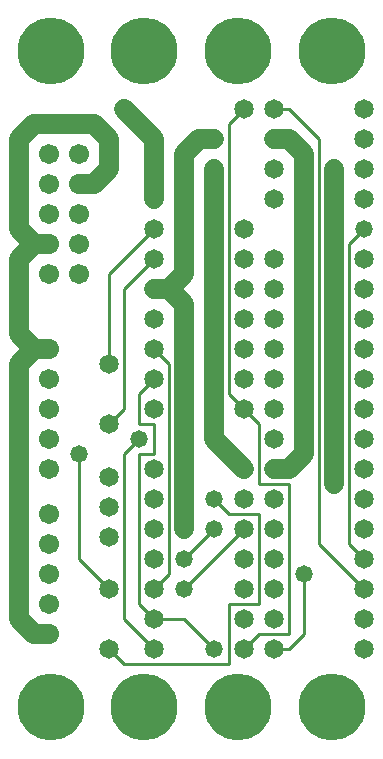
<source format=gtl>
%MOIN*%
%FSLAX25Y25*%
G04 D10 used for Character Trace; *
G04     Circle (OD=.01000) (No hole)*
G04 D11 used for Power Trace; *
G04     Circle (OD=.06500) (No hole)*
G04 D12 used for Signal Trace; *
G04     Circle (OD=.01100) (No hole)*
G04 D13 used for Via; *
G04     Circle (OD=.05800) (Round. Hole ID=.02800)*
G04 D14 used for Component hole; *
G04     Circle (OD=.06500) (Round. Hole ID=.03500)*
G04 D15 used for Component hole; *
G04     Circle (OD=.06700) (Round. Hole ID=.04300)*
G04 D16 used for Component hole; *
G04     Circle (OD=.08100) (Round. Hole ID=.05100)*
G04 D17 used for Component hole; *
G04     Circle (OD=.08900) (Round. Hole ID=.05900)*
G04 D18 used for Component hole; *
G04     Circle (OD=.11300) (Round. Hole ID=.08300)*
G04 D19 used for Component hole; *
G04     Circle (OD=.16000) (Round. Hole ID=.13000)*
G04 D20 used for Component hole; *
G04     Circle (OD=.18300) (Round. Hole ID=.15300)*
G04 D21 used for Component hole; *
G04     Circle (OD=.22291) (Round. Hole ID=.19291)*
%ADD10C,.01000*%
%ADD11C,.06500*%
%ADD12C,.01100*%
%ADD13C,.05800*%
%ADD14C,.06500*%
%ADD15C,.06700*%
%ADD16C,.08100*%
%ADD17C,.08900*%
%ADD18C,.11300*%
%ADD19C,.16000*%
%ADD20C,.18300*%
%ADD21C,.22291*%
%IPPOS*%
%LPD*%
G90*X0Y0D02*D21*X15625Y15625D03*D14*              
X35000Y35000D03*D12*X40000Y30000D01*X75000D01*    
Y50000D01*X85000D01*Y80000D01*X75000D01*          
X70000Y85000D01*D13*D03*D14*X80000Y75000D03*D12*  
X60000Y55000D01*D13*D03*D12*X50000D02*            
X55000Y60000D01*D14*X50000Y55000D03*D12*          
X55000Y60000D02*Y130000D01*X50000Y135000D01*D14*  
D03*Y145000D03*Y125000D03*D12*X45000Y120000D01*   
Y110000D01*X50000D01*Y100000D01*X45000D01*        
Y50000D01*X50000Y45000D01*D14*D03*D12*X60000D01*  
X70000Y35000D01*D13*D03*D14*X80000Y45000D03*      
Y35000D03*D12*X85000Y40000D01*X95000D01*Y90000D01*
X85000D01*Y110000D01*X80000Y115000D01*D14*D03*D12*
X75000Y120000D01*Y210000D01*X80000Y215000D01*D14* 
D03*X90000Y205000D03*D11*X95000D01*               
X100000Y200000D01*Y175000D01*D14*D03*D11*         
Y100000D01*X95000Y95000D01*X90000D01*D14*D03*     
X80000Y85000D03*X90000Y105000D03*X80000Y95000D03* 
D11*X70000Y105000D01*D14*D03*D11*Y175000D01*D13*  
D03*D11*Y185000D01*D14*D03*D11*Y195000D01*D14*D03*
X60000Y185000D03*D11*Y160000D01*X55000Y155000D01* 
X60000Y150000D01*Y105000D01*D14*D03*D11*Y75000D01*
D13*D03*D14*X50000Y85000D03*Y65000D03*D13*        
X70000Y75000D03*D12*X60000Y65000D01*D13*D03*D14*  
X50000Y75000D03*D12*Y35000D02*X40000Y45000D01*D14*
X50000Y35000D03*D12*X40000Y45000D02*Y100000D01*   
X45000Y105000D01*D13*D03*D14*X50000Y115000D03*    
X35000Y110000D03*D12*X40000Y115000D01*Y155000D01* 
X50000Y165000D01*D14*D03*Y175000D03*D12*          
X35000Y160000D01*Y130000D01*D14*D03*D15*          
X15000Y135000D03*D11*X10000D01*X5000Y130000D01*   
Y60000D01*D13*D03*D11*Y45000D01*X10000Y40000D01*  
X15000D01*D15*D03*Y50000D03*Y60000D03*D14*        
X35000Y55000D03*D12*X25000Y65000D01*Y100000D01*   
D13*D03*D14*X35000Y92500D03*D15*X15000Y105000D03* 
Y95000D03*Y115000D03*Y80000D03*D14*               
X35000Y82500D03*X50000Y95000D03*D15*              
X15000Y125000D03*Y70000D03*D14*X35000Y72500D03*   
D11*X10000Y135000D02*X5000Y140000D01*Y165000D01*  
X10000Y170000D01*X15000D01*D15*D03*D11*X10000D02* 
X5000Y175000D01*Y205000D01*X10000Y210000D01*      
X30000D01*X35000Y205000D01*D13*D03*D11*Y195000D01*
X30000Y190000D01*X25000D01*D15*D03*               
X15000Y200000D03*Y180000D03*X25000Y200000D03*     
X15000Y190000D03*X25000Y180000D03*Y170000D03*D14* 
X40000Y215000D03*D11*X50000Y205000D01*Y195000D01* 
D13*D03*D11*Y185000D01*D13*D03*D11*X60000D02*     
Y200000D01*X65000Y205000D01*X70000D01*D14*D03*    
X90000Y185000D03*Y195000D03*Y215000D03*D12*       
X95000D01*X105000Y205000D01*Y70000D01*            
X120000Y55000D01*D14*D03*Y65000D03*D12*           
X115000Y70000D01*Y170000D01*X120000Y175000D01*D13*
D03*D14*Y185000D03*D10*X109163Y176914D02*         
X110000Y177871D01*Y172129D01*X109163D02*          
X110837D01*D14*X110000Y175000D03*D11*Y90000D01*   
D13*D03*D14*X120000Y85000D03*Y95000D03*Y105000D03*
Y75000D03*X90000Y85000D03*Y75000D03*Y65000D03*    
X120000Y115000D03*X90000D03*D13*X100000Y60000D03* 
D12*Y40000D01*X95000Y35000D01*X90000D01*D14*D03*  
Y45000D03*D21*X109375Y15625D03*X78125D03*D14*     
X90000Y55000D03*X80000D03*X120000Y35000D03*       
Y45000D03*X80000Y65000D03*D21*X46875Y15625D03*D14*
X120000Y125000D03*X90000D03*X80000D03*            
X120000Y135000D03*X90000D03*X80000D03*            
X120000Y145000D03*X90000D03*X80000D03*            
X120000Y155000D03*X90000D03*X80000D03*D11*        
X50000D02*X55000D01*D14*X50000D03*D15*            
X25000Y160000D03*D14*X80000Y165000D03*Y175000D03* 
D15*X15000Y160000D03*D14*X90000Y165000D03*D10*    
X109163Y176914D02*X110000Y177871D01*Y172129D01*   
X109163D02*X110837D01*D11*X110000Y175000D02*      
Y195000D01*D13*D03*D14*X120000Y205000D03*         
Y195000D03*Y215000D03*D10*X109163Y176914D02*      
X110000Y177871D01*Y172129D01*X109163D02*          
X110837D01*D14*X120000Y165000D03*D21*             
X109375Y234375D03*X78125D03*X46875D03*X15625D03*  
M02*                                              

</source>
